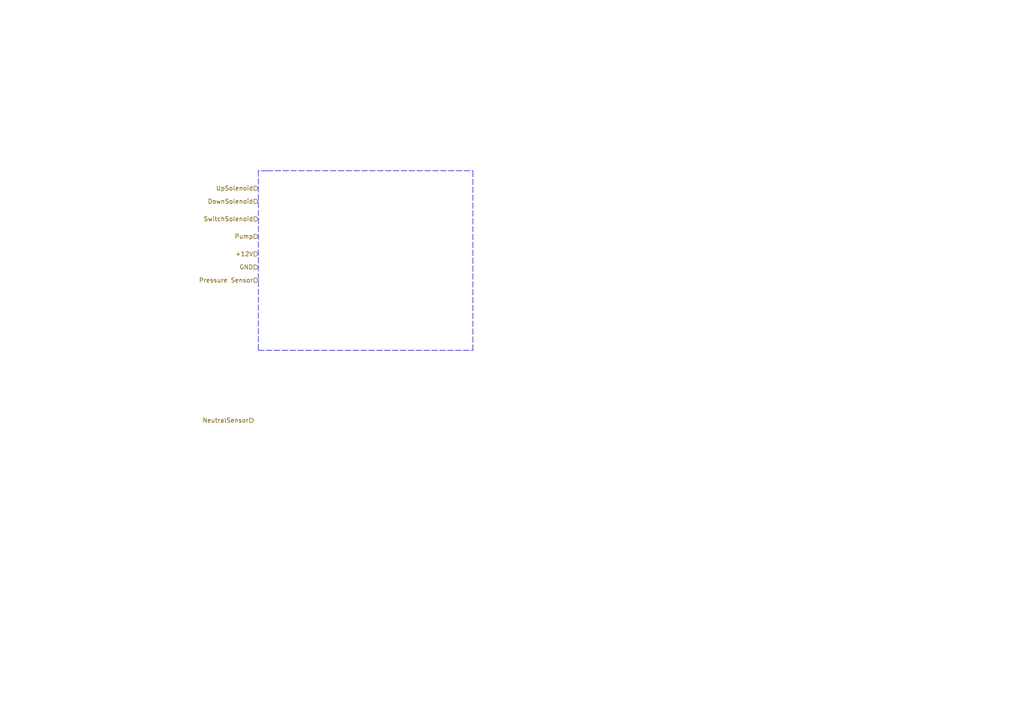
<source format=kicad_sch>
(kicad_sch (version 20211123) (generator eeschema)
  (paper "A4")
  (lib_symbols)
  (polyline (pts (xy 77.47 49.53) (xy 74.93 49.53)))
  (polyline (pts (xy 137.16 101.6) (xy 137.16 49.53)))
  (polyline (pts (xy 74.93 49.53) (xy 74.93 101.6)))
  (polyline (pts (xy 77.47 49.53) (xy 137.16 49.53)))
  (polyline (pts (xy 74.93 101.6) (xy 137.16 101.6)))
  (hierarchical_label "SwitchSolenoid" (shape input) (at 74.93 63.5 180))
  (hierarchical_label "UpSolenoid" (shape input) (at 74.93 54.61 180))
  (hierarchical_label "DownSolenoid" (shape input) (at 74.93 58.42 180))
  (hierarchical_label "Pump" (shape input) (at 74.93 68.58 180))
  (hierarchical_label "+12V" (shape input) (at 74.93 73.66 180))
  (hierarchical_label "Pressure Sensor" (shape input) (at 74.93 81.28 180))
  (hierarchical_label "GND" (shape input) (at 74.93 77.47 180))
  (hierarchical_label "NeutralSensor" (shape input) (at 73.66 121.92 180))
)
</source>
